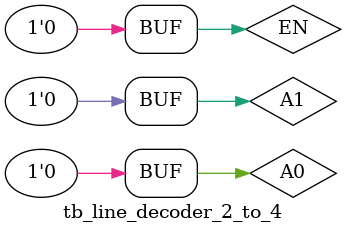
<source format=v>
`timescale 1ns / 1ps


module tb_line_decoder_2_to_4;

    reg EN, A0, A1;
    wire D0, D1, D2, D3;
    
    line_decoder_2_to_4 uut(
        .EN(EN),
        .A0(A0),
        .A1(A1),
        .D0(D0),
        .D1(D1),
        .D2(D2),
        .D3(D3)
    );
    
    initial begin
        {EN, A1, A0} = 3'b000;
#10     {EN, A1, A0} = 3'b001;
#10     {EN, A1, A0} = 3'b010;
#10     {EN, A1, A0} = 3'b011;
#10     {EN, A1, A0} = 3'b100;
#10     {EN, A1, A0} = 3'b101;
#10     {EN, A1, A0} = 3'b110;
#10     {EN, A1, A0} = 3'b111;
#10     {EN, A1, A0} = 3'b000;
    end
    
endmodule

</source>
